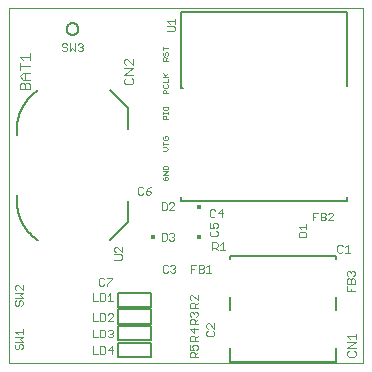
<source format=gto>
G75*
%MOIN*%
%OFA0B0*%
%FSLAX25Y25*%
%IPPOS*%
%LPD*%
%AMOC8*
5,1,8,0,0,1.08239X$1,22.5*
%
%ADD10C,0.00000*%
%ADD11C,0.00200*%
%ADD12C,0.00600*%
%ADD13C,0.00500*%
%ADD14C,0.00300*%
%ADD15R,0.01575X0.01575*%
%ADD16C,0.00400*%
D10*
X0009674Y0012935D02*
X0009674Y0131046D01*
X0127784Y0131046D01*
X0127784Y0012935D01*
X0009674Y0012935D01*
D11*
X0012167Y0017366D02*
X0012593Y0017366D01*
X0013019Y0017792D01*
X0013019Y0018645D01*
X0013446Y0019072D01*
X0013872Y0019072D01*
X0014298Y0018645D01*
X0014298Y0017792D01*
X0013872Y0017366D01*
X0012167Y0017366D02*
X0011740Y0017792D01*
X0011740Y0018645D01*
X0012167Y0019072D01*
X0011740Y0019904D02*
X0014298Y0019904D01*
X0013446Y0020756D01*
X0014298Y0021609D01*
X0011740Y0021609D01*
X0012593Y0022441D02*
X0011740Y0023294D01*
X0014298Y0023294D01*
X0014298Y0022441D02*
X0014298Y0024147D01*
X0013872Y0031933D02*
X0014298Y0032359D01*
X0014298Y0033212D01*
X0013872Y0033638D01*
X0013446Y0033638D01*
X0013019Y0033212D01*
X0013019Y0032359D01*
X0012593Y0031933D01*
X0012167Y0031933D01*
X0011740Y0032359D01*
X0011740Y0033212D01*
X0012167Y0033638D01*
X0011740Y0034471D02*
X0014298Y0034471D01*
X0013446Y0035323D01*
X0014298Y0036176D01*
X0011740Y0036176D01*
X0012167Y0037008D02*
X0011740Y0037435D01*
X0011740Y0038287D01*
X0012167Y0038714D01*
X0012593Y0038714D01*
X0014298Y0037008D01*
X0014298Y0038714D01*
X0037594Y0036066D02*
X0037594Y0033508D01*
X0039300Y0033508D01*
X0040132Y0033508D02*
X0041411Y0033508D01*
X0041837Y0033934D01*
X0041837Y0035640D01*
X0041411Y0036066D01*
X0040132Y0036066D01*
X0040132Y0033508D01*
X0042669Y0033508D02*
X0044375Y0033508D01*
X0043522Y0033508D02*
X0043522Y0036066D01*
X0042669Y0035213D01*
X0042276Y0038626D02*
X0042276Y0039052D01*
X0043981Y0040758D01*
X0043981Y0041184D01*
X0042276Y0041184D01*
X0041444Y0040758D02*
X0041017Y0041184D01*
X0040165Y0041184D01*
X0039738Y0040758D01*
X0039738Y0039052D01*
X0040165Y0038626D01*
X0041017Y0038626D01*
X0041444Y0039052D01*
X0044811Y0047287D02*
X0046943Y0047287D01*
X0047369Y0047714D01*
X0047369Y0048566D01*
X0046943Y0048993D01*
X0044811Y0048993D01*
X0045238Y0049825D02*
X0044811Y0050251D01*
X0044811Y0051104D01*
X0045238Y0051530D01*
X0045664Y0051530D01*
X0047369Y0049825D01*
X0047369Y0051530D01*
X0060561Y0053587D02*
X0061840Y0053587D01*
X0062267Y0054013D01*
X0062267Y0055718D01*
X0061840Y0056145D01*
X0060561Y0056145D01*
X0060561Y0053587D01*
X0063099Y0054013D02*
X0063525Y0053587D01*
X0064378Y0053587D01*
X0064804Y0054013D01*
X0064804Y0054439D01*
X0064378Y0054866D01*
X0063952Y0054866D01*
X0064378Y0054866D02*
X0064804Y0055292D01*
X0064804Y0055718D01*
X0064378Y0056145D01*
X0063525Y0056145D01*
X0063099Y0055718D01*
X0063099Y0063823D02*
X0064804Y0065528D01*
X0064804Y0065955D01*
X0064378Y0066381D01*
X0063525Y0066381D01*
X0063099Y0065955D01*
X0062267Y0065955D02*
X0061840Y0066381D01*
X0060561Y0066381D01*
X0060561Y0063823D01*
X0061840Y0063823D01*
X0062267Y0064249D01*
X0062267Y0065955D01*
X0063099Y0063823D02*
X0064804Y0063823D01*
X0056930Y0069367D02*
X0056504Y0068941D01*
X0055651Y0068941D01*
X0055225Y0069367D01*
X0055225Y0070220D01*
X0056504Y0070220D01*
X0056930Y0069794D01*
X0056930Y0069367D01*
X0056078Y0071073D02*
X0055225Y0070220D01*
X0054393Y0071073D02*
X0053966Y0071499D01*
X0053114Y0071499D01*
X0052687Y0071073D01*
X0052687Y0069367D01*
X0053114Y0068941D01*
X0053966Y0068941D01*
X0054393Y0069367D01*
X0056078Y0071073D02*
X0056930Y0071499D01*
X0060954Y0073997D02*
X0060954Y0074587D01*
X0061249Y0074882D01*
X0061839Y0074882D02*
X0061839Y0074292D01*
X0061839Y0074882D02*
X0062429Y0074882D01*
X0062724Y0074587D01*
X0062724Y0073997D01*
X0062429Y0073702D01*
X0061249Y0073702D01*
X0060954Y0073997D01*
X0060954Y0075515D02*
X0062724Y0076695D01*
X0060954Y0076695D01*
X0060954Y0077327D02*
X0060954Y0078213D01*
X0061249Y0078508D01*
X0062429Y0078508D01*
X0062724Y0078213D01*
X0062724Y0077327D01*
X0060954Y0077327D01*
X0060954Y0075515D02*
X0062724Y0075515D01*
X0062134Y0083545D02*
X0060954Y0083545D01*
X0062134Y0083545D02*
X0062724Y0084135D01*
X0062134Y0084725D01*
X0060954Y0084725D01*
X0060954Y0085357D02*
X0060954Y0086537D01*
X0060954Y0085947D02*
X0062724Y0085947D01*
X0062429Y0087170D02*
X0062724Y0087465D01*
X0062724Y0088055D01*
X0062429Y0088350D01*
X0061839Y0088350D01*
X0061839Y0087760D01*
X0061249Y0087170D02*
X0062429Y0087170D01*
X0061249Y0087170D02*
X0060954Y0087465D01*
X0060954Y0088055D01*
X0061249Y0088350D01*
X0060954Y0094083D02*
X0060954Y0094968D01*
X0061249Y0095263D01*
X0061839Y0095263D01*
X0062134Y0094968D01*
X0062134Y0094083D01*
X0062724Y0094083D02*
X0060954Y0094083D01*
X0060954Y0095896D02*
X0060954Y0096486D01*
X0060954Y0096191D02*
X0062724Y0096191D01*
X0062724Y0095896D02*
X0062724Y0096486D01*
X0062429Y0097104D02*
X0061249Y0097104D01*
X0060954Y0097399D01*
X0060954Y0097989D01*
X0061249Y0098284D01*
X0062429Y0098284D01*
X0062724Y0097989D01*
X0062724Y0097399D01*
X0062429Y0097104D01*
X0062724Y0102717D02*
X0060954Y0102717D01*
X0060954Y0103602D01*
X0061249Y0103897D01*
X0061839Y0103897D01*
X0062134Y0103602D01*
X0062134Y0102717D01*
X0062429Y0104530D02*
X0061249Y0104530D01*
X0060954Y0104825D01*
X0060954Y0105415D01*
X0061249Y0105710D01*
X0060954Y0106342D02*
X0062724Y0106342D01*
X0062724Y0107522D01*
X0062724Y0108155D02*
X0060954Y0108155D01*
X0061839Y0108450D02*
X0062724Y0109335D01*
X0062134Y0108155D02*
X0060954Y0109335D01*
X0062429Y0105710D02*
X0062724Y0105415D01*
X0062724Y0104825D01*
X0062429Y0104530D01*
X0062724Y0113466D02*
X0060954Y0113466D01*
X0060954Y0114351D01*
X0061249Y0114646D01*
X0061839Y0114646D01*
X0062134Y0114351D01*
X0062134Y0113466D01*
X0062134Y0114056D02*
X0062724Y0114646D01*
X0062429Y0115279D02*
X0062724Y0115574D01*
X0062724Y0116164D01*
X0062429Y0116459D01*
X0062134Y0116459D01*
X0061839Y0116164D01*
X0061839Y0115574D01*
X0061544Y0115279D01*
X0061249Y0115279D01*
X0060954Y0115574D01*
X0060954Y0116164D01*
X0061249Y0116459D01*
X0060954Y0117091D02*
X0060954Y0118271D01*
X0060954Y0117681D02*
X0062724Y0117681D01*
X0062528Y0123315D02*
X0064659Y0123315D01*
X0065086Y0123741D01*
X0065086Y0124594D01*
X0064659Y0125020D01*
X0062528Y0125020D01*
X0063380Y0125852D02*
X0062528Y0126705D01*
X0065086Y0126705D01*
X0065086Y0125852D02*
X0065086Y0127558D01*
X0077172Y0064019D02*
X0076746Y0063592D01*
X0076746Y0061887D01*
X0077172Y0061461D01*
X0078025Y0061461D01*
X0078451Y0061887D01*
X0079284Y0062740D02*
X0080989Y0062740D01*
X0080563Y0061461D02*
X0080563Y0064019D01*
X0079284Y0062740D01*
X0078451Y0063592D02*
X0078025Y0064019D01*
X0077172Y0064019D01*
X0076701Y0059404D02*
X0076701Y0057699D01*
X0077980Y0057699D01*
X0077554Y0058552D01*
X0077554Y0058978D01*
X0077980Y0059404D01*
X0078833Y0059404D01*
X0079259Y0058978D01*
X0079259Y0058125D01*
X0078833Y0057699D01*
X0078833Y0056867D02*
X0079259Y0056440D01*
X0079259Y0055588D01*
X0078833Y0055161D01*
X0077127Y0055161D01*
X0076701Y0055588D01*
X0076701Y0056440D01*
X0077127Y0056867D01*
X0077533Y0052995D02*
X0078813Y0052995D01*
X0079239Y0052569D01*
X0079239Y0051716D01*
X0078813Y0051290D01*
X0077533Y0051290D01*
X0077533Y0050437D02*
X0077533Y0052995D01*
X0078386Y0051290D02*
X0079239Y0050437D01*
X0080071Y0050437D02*
X0081776Y0050437D01*
X0080924Y0050437D02*
X0080924Y0052995D01*
X0080071Y0052142D01*
X0076332Y0045515D02*
X0076332Y0042957D01*
X0075479Y0042957D02*
X0077185Y0042957D01*
X0075479Y0044662D02*
X0076332Y0045515D01*
X0074647Y0045088D02*
X0074647Y0044662D01*
X0074221Y0044236D01*
X0072942Y0044236D01*
X0074221Y0044236D02*
X0074647Y0043809D01*
X0074647Y0043383D01*
X0074221Y0042957D01*
X0072942Y0042957D01*
X0072942Y0045515D01*
X0074221Y0045515D01*
X0074647Y0045088D01*
X0072109Y0045515D02*
X0070404Y0045515D01*
X0070404Y0042957D01*
X0070404Y0044236D02*
X0071257Y0044236D01*
X0065198Y0044662D02*
X0064772Y0044236D01*
X0065198Y0043809D01*
X0065198Y0043383D01*
X0064772Y0042957D01*
X0063919Y0042957D01*
X0063493Y0043383D01*
X0062661Y0043383D02*
X0062234Y0042957D01*
X0061381Y0042957D01*
X0060955Y0043383D01*
X0060955Y0045088D01*
X0061381Y0045515D01*
X0062234Y0045515D01*
X0062661Y0045088D01*
X0063493Y0045088D02*
X0063919Y0045515D01*
X0064772Y0045515D01*
X0065198Y0045088D01*
X0065198Y0044662D01*
X0064772Y0044236D02*
X0064345Y0044236D01*
X0070434Y0035432D02*
X0070008Y0035005D01*
X0070008Y0034152D01*
X0070434Y0033726D01*
X0070434Y0032894D02*
X0071287Y0032894D01*
X0071713Y0032468D01*
X0071713Y0031189D01*
X0071713Y0032041D02*
X0072566Y0032894D01*
X0072566Y0033726D02*
X0070861Y0035432D01*
X0070434Y0035432D01*
X0072566Y0035432D02*
X0072566Y0033726D01*
X0070434Y0032894D02*
X0070008Y0032468D01*
X0070008Y0031189D01*
X0072566Y0031189D01*
X0072140Y0029920D02*
X0072566Y0029493D01*
X0072566Y0028641D01*
X0072140Y0028214D01*
X0072566Y0027382D02*
X0071713Y0026529D01*
X0071713Y0026956D02*
X0071713Y0025677D01*
X0072566Y0025677D02*
X0070008Y0025677D01*
X0070008Y0026956D01*
X0070434Y0027382D01*
X0071287Y0027382D01*
X0071713Y0026956D01*
X0070434Y0028214D02*
X0070008Y0028641D01*
X0070008Y0029493D01*
X0070434Y0029920D01*
X0070861Y0029920D01*
X0071287Y0029493D01*
X0071713Y0029920D01*
X0072140Y0029920D01*
X0071287Y0029493D02*
X0071287Y0029067D01*
X0071287Y0024408D02*
X0071287Y0022703D01*
X0070008Y0023982D01*
X0072566Y0023982D01*
X0072566Y0021870D02*
X0071713Y0021018D01*
X0071713Y0021444D02*
X0071713Y0020165D01*
X0072566Y0020165D02*
X0070008Y0020165D01*
X0070008Y0021444D01*
X0070434Y0021870D01*
X0071287Y0021870D01*
X0071713Y0021444D01*
X0071287Y0018896D02*
X0072140Y0018896D01*
X0072566Y0018470D01*
X0072566Y0017617D01*
X0072140Y0017191D01*
X0071287Y0017191D02*
X0070861Y0018043D01*
X0070861Y0018470D01*
X0071287Y0018896D01*
X0070008Y0018896D02*
X0070008Y0017191D01*
X0071287Y0017191D01*
X0071287Y0016359D02*
X0071713Y0015932D01*
X0071713Y0014653D01*
X0071713Y0015506D02*
X0072566Y0016359D01*
X0071287Y0016359D02*
X0070434Y0016359D01*
X0070008Y0015932D01*
X0070008Y0014653D01*
X0072566Y0014653D01*
X0075946Y0021740D02*
X0075520Y0022166D01*
X0075520Y0023019D01*
X0075946Y0023445D01*
X0075946Y0024277D02*
X0075520Y0024704D01*
X0075520Y0025556D01*
X0075946Y0025983D01*
X0076373Y0025983D01*
X0078078Y0024277D01*
X0078078Y0025983D01*
X0077652Y0023445D02*
X0078078Y0023019D01*
X0078078Y0022166D01*
X0077652Y0021740D01*
X0075946Y0021740D01*
X0044375Y0021729D02*
X0043949Y0021303D01*
X0043096Y0021303D01*
X0042669Y0021729D01*
X0041837Y0021729D02*
X0041837Y0023435D01*
X0041411Y0023861D01*
X0040132Y0023861D01*
X0040132Y0021303D01*
X0041411Y0021303D01*
X0041837Y0021729D01*
X0043522Y0022582D02*
X0043949Y0022582D01*
X0044375Y0022156D01*
X0044375Y0021729D01*
X0043949Y0022582D02*
X0044375Y0023009D01*
X0044375Y0023435D01*
X0043949Y0023861D01*
X0043096Y0023861D01*
X0042669Y0023435D01*
X0042669Y0026815D02*
X0044375Y0028520D01*
X0044375Y0028947D01*
X0043949Y0029373D01*
X0043096Y0029373D01*
X0042669Y0028947D01*
X0041837Y0028947D02*
X0041837Y0027241D01*
X0041411Y0026815D01*
X0040132Y0026815D01*
X0040132Y0029373D01*
X0041411Y0029373D01*
X0041837Y0028947D01*
X0042669Y0026815D02*
X0044375Y0026815D01*
X0039300Y0026815D02*
X0037594Y0026815D01*
X0037594Y0029373D01*
X0037594Y0023861D02*
X0037594Y0021303D01*
X0039300Y0021303D01*
X0040132Y0018349D02*
X0041411Y0018349D01*
X0041837Y0017923D01*
X0041837Y0016218D01*
X0041411Y0015791D01*
X0040132Y0015791D01*
X0040132Y0018349D01*
X0037594Y0018349D02*
X0037594Y0015791D01*
X0039300Y0015791D01*
X0042669Y0017070D02*
X0044375Y0017070D01*
X0043949Y0015791D02*
X0043949Y0018349D01*
X0042669Y0017070D01*
X0106229Y0054768D02*
X0106229Y0056047D01*
X0106655Y0056473D01*
X0108360Y0056473D01*
X0108787Y0056047D01*
X0108787Y0054768D01*
X0106229Y0054768D01*
X0107081Y0057305D02*
X0106229Y0058158D01*
X0108787Y0058158D01*
X0108787Y0057305D02*
X0108787Y0059011D01*
X0110980Y0060316D02*
X0110980Y0062919D01*
X0112715Y0062919D01*
X0113558Y0062919D02*
X0114859Y0062919D01*
X0115293Y0062485D01*
X0115293Y0062051D01*
X0114859Y0061618D01*
X0113558Y0061618D01*
X0113558Y0062919D02*
X0113558Y0060316D01*
X0114859Y0060316D01*
X0115293Y0060750D01*
X0115293Y0061184D01*
X0114859Y0061618D01*
X0116136Y0062485D02*
X0116570Y0062919D01*
X0117437Y0062919D01*
X0117871Y0062485D01*
X0117871Y0062051D01*
X0116136Y0060316D01*
X0117871Y0060316D01*
X0111847Y0061618D02*
X0110980Y0061618D01*
X0119618Y0052208D02*
X0119185Y0051774D01*
X0119185Y0050039D01*
X0119618Y0049605D01*
X0120486Y0049605D01*
X0120919Y0050039D01*
X0121763Y0049605D02*
X0123498Y0049605D01*
X0122630Y0049605D02*
X0122630Y0052208D01*
X0121763Y0051340D01*
X0120919Y0051774D02*
X0120486Y0052208D01*
X0119618Y0052208D01*
X0122784Y0043586D02*
X0123218Y0043586D01*
X0123652Y0043152D01*
X0124086Y0043586D01*
X0124519Y0043586D01*
X0124953Y0043152D01*
X0124953Y0042284D01*
X0124519Y0041851D01*
X0124519Y0041007D02*
X0124953Y0040574D01*
X0124953Y0039273D01*
X0122351Y0039273D01*
X0122351Y0040574D01*
X0122784Y0041007D01*
X0123218Y0041007D01*
X0123652Y0040574D01*
X0123652Y0039273D01*
X0123652Y0040574D02*
X0124086Y0041007D01*
X0124519Y0041007D01*
X0123652Y0042718D02*
X0123652Y0043152D01*
X0122784Y0043586D02*
X0122351Y0043152D01*
X0122351Y0042284D01*
X0122784Y0041851D01*
X0122351Y0038429D02*
X0122351Y0036694D01*
X0124953Y0036694D01*
X0123652Y0036694D02*
X0123652Y0037562D01*
D12*
X0122272Y0066872D02*
X0122272Y0068054D01*
X0122272Y0066872D02*
X0067154Y0066872D01*
X0067154Y0068054D01*
X0067154Y0104572D02*
X0067154Y0129865D01*
X0122272Y0129865D01*
X0122272Y0105061D01*
X0067554Y0104572D02*
X0067154Y0104572D01*
D13*
X0049328Y0097683D02*
X0049328Y0090683D01*
X0049328Y0097683D02*
X0043328Y0103683D01*
X0019327Y0103684D02*
X0019004Y0103457D01*
X0018687Y0103222D01*
X0018375Y0102980D01*
X0018070Y0102730D01*
X0017770Y0102473D01*
X0017477Y0102209D01*
X0017190Y0101937D01*
X0016910Y0101659D01*
X0016637Y0101374D01*
X0016371Y0101083D01*
X0016112Y0100785D01*
X0015861Y0100481D01*
X0015616Y0100171D01*
X0015380Y0099855D01*
X0015151Y0099533D01*
X0014930Y0099206D01*
X0014717Y0098874D01*
X0014512Y0098537D01*
X0014315Y0098194D01*
X0014127Y0097848D01*
X0013947Y0097496D01*
X0013776Y0097141D01*
X0013613Y0096781D01*
X0013460Y0096418D01*
X0013315Y0096050D01*
X0013179Y0095680D01*
X0013052Y0095306D01*
X0012934Y0094929D01*
X0012825Y0094550D01*
X0012726Y0094168D01*
X0012636Y0093784D01*
X0012555Y0093397D01*
X0012484Y0093009D01*
X0012422Y0092620D01*
X0012369Y0092228D01*
X0012326Y0091836D01*
X0012293Y0091443D01*
X0012269Y0091049D01*
X0012255Y0090654D01*
X0012250Y0090260D01*
X0012255Y0089865D01*
X0012269Y0089471D01*
X0012293Y0089077D01*
X0012327Y0088683D01*
X0012327Y0068684D02*
X0012293Y0068290D01*
X0012269Y0067896D01*
X0012255Y0067502D01*
X0012250Y0067107D01*
X0012255Y0066713D01*
X0012269Y0066318D01*
X0012293Y0065924D01*
X0012326Y0065531D01*
X0012369Y0065139D01*
X0012422Y0064747D01*
X0012484Y0064358D01*
X0012555Y0063970D01*
X0012636Y0063583D01*
X0012726Y0063199D01*
X0012825Y0062817D01*
X0012934Y0062438D01*
X0013052Y0062061D01*
X0013179Y0061687D01*
X0013315Y0061317D01*
X0013460Y0060949D01*
X0013613Y0060586D01*
X0013776Y0060226D01*
X0013947Y0059871D01*
X0014127Y0059519D01*
X0014315Y0059173D01*
X0014512Y0058830D01*
X0014717Y0058493D01*
X0014930Y0058161D01*
X0015151Y0057834D01*
X0015380Y0057512D01*
X0015616Y0057196D01*
X0015861Y0056886D01*
X0016112Y0056582D01*
X0016371Y0056284D01*
X0016637Y0055993D01*
X0016910Y0055708D01*
X0017190Y0055430D01*
X0017477Y0055158D01*
X0017770Y0054894D01*
X0018070Y0054637D01*
X0018375Y0054387D01*
X0018687Y0054145D01*
X0019004Y0053910D01*
X0019327Y0053683D01*
X0043328Y0053683D02*
X0049328Y0059683D01*
X0049328Y0066683D01*
X0045894Y0036164D02*
X0045894Y0031439D01*
X0056918Y0031439D01*
X0056918Y0036164D01*
X0045894Y0036164D01*
X0045894Y0030652D02*
X0045894Y0025928D01*
X0056918Y0025928D01*
X0056918Y0030652D01*
X0045894Y0030652D01*
X0045894Y0025140D02*
X0045894Y0020416D01*
X0056918Y0020416D01*
X0056918Y0025140D01*
X0045894Y0025140D01*
X0045894Y0019628D02*
X0045894Y0014904D01*
X0056918Y0014904D01*
X0056918Y0019628D01*
X0045894Y0019628D01*
X0083366Y0017931D02*
X0083366Y0013009D01*
X0118799Y0013009D01*
X0118799Y0017931D01*
X0118799Y0030529D02*
X0118799Y0034860D01*
X0118799Y0047458D02*
X0118799Y0048442D01*
X0083366Y0048442D01*
X0083366Y0047458D01*
X0083366Y0034860D02*
X0083366Y0030529D01*
X0028904Y0124182D02*
X0028906Y0124270D01*
X0028912Y0124358D01*
X0028922Y0124446D01*
X0028936Y0124534D01*
X0028953Y0124620D01*
X0028975Y0124706D01*
X0029000Y0124790D01*
X0029030Y0124874D01*
X0029062Y0124956D01*
X0029099Y0125036D01*
X0029139Y0125115D01*
X0029183Y0125192D01*
X0029230Y0125267D01*
X0029280Y0125339D01*
X0029334Y0125410D01*
X0029390Y0125477D01*
X0029450Y0125543D01*
X0029512Y0125605D01*
X0029578Y0125665D01*
X0029645Y0125721D01*
X0029716Y0125775D01*
X0029788Y0125825D01*
X0029863Y0125872D01*
X0029940Y0125916D01*
X0030019Y0125956D01*
X0030099Y0125993D01*
X0030181Y0126025D01*
X0030265Y0126055D01*
X0030349Y0126080D01*
X0030435Y0126102D01*
X0030521Y0126119D01*
X0030609Y0126133D01*
X0030697Y0126143D01*
X0030785Y0126149D01*
X0030873Y0126151D01*
X0030961Y0126149D01*
X0031049Y0126143D01*
X0031137Y0126133D01*
X0031225Y0126119D01*
X0031311Y0126102D01*
X0031397Y0126080D01*
X0031481Y0126055D01*
X0031565Y0126025D01*
X0031647Y0125993D01*
X0031727Y0125956D01*
X0031806Y0125916D01*
X0031883Y0125872D01*
X0031958Y0125825D01*
X0032030Y0125775D01*
X0032101Y0125721D01*
X0032168Y0125665D01*
X0032234Y0125605D01*
X0032296Y0125543D01*
X0032356Y0125477D01*
X0032412Y0125410D01*
X0032466Y0125339D01*
X0032516Y0125267D01*
X0032563Y0125192D01*
X0032607Y0125115D01*
X0032647Y0125036D01*
X0032684Y0124956D01*
X0032716Y0124874D01*
X0032746Y0124790D01*
X0032771Y0124706D01*
X0032793Y0124620D01*
X0032810Y0124534D01*
X0032824Y0124446D01*
X0032834Y0124358D01*
X0032840Y0124270D01*
X0032842Y0124182D01*
X0032840Y0124094D01*
X0032834Y0124006D01*
X0032824Y0123918D01*
X0032810Y0123830D01*
X0032793Y0123744D01*
X0032771Y0123658D01*
X0032746Y0123574D01*
X0032716Y0123490D01*
X0032684Y0123408D01*
X0032647Y0123328D01*
X0032607Y0123249D01*
X0032563Y0123172D01*
X0032516Y0123097D01*
X0032466Y0123025D01*
X0032412Y0122954D01*
X0032356Y0122887D01*
X0032296Y0122821D01*
X0032234Y0122759D01*
X0032168Y0122699D01*
X0032101Y0122643D01*
X0032030Y0122589D01*
X0031958Y0122539D01*
X0031883Y0122492D01*
X0031806Y0122448D01*
X0031727Y0122408D01*
X0031647Y0122371D01*
X0031565Y0122339D01*
X0031481Y0122309D01*
X0031397Y0122284D01*
X0031311Y0122262D01*
X0031225Y0122245D01*
X0031137Y0122231D01*
X0031049Y0122221D01*
X0030961Y0122215D01*
X0030873Y0122213D01*
X0030785Y0122215D01*
X0030697Y0122221D01*
X0030609Y0122231D01*
X0030521Y0122245D01*
X0030435Y0122262D01*
X0030349Y0122284D01*
X0030265Y0122309D01*
X0030181Y0122339D01*
X0030099Y0122371D01*
X0030019Y0122408D01*
X0029940Y0122448D01*
X0029863Y0122492D01*
X0029788Y0122539D01*
X0029716Y0122589D01*
X0029645Y0122643D01*
X0029578Y0122699D01*
X0029512Y0122759D01*
X0029450Y0122821D01*
X0029390Y0122887D01*
X0029334Y0122954D01*
X0029280Y0123025D01*
X0029230Y0123097D01*
X0029183Y0123172D01*
X0029139Y0123249D01*
X0029099Y0123328D01*
X0029062Y0123408D01*
X0029030Y0123490D01*
X0029000Y0123574D01*
X0028975Y0123658D01*
X0028953Y0123744D01*
X0028936Y0123830D01*
X0028922Y0123918D01*
X0028912Y0124006D01*
X0028906Y0124094D01*
X0028904Y0124182D01*
D14*
X0028671Y0119346D02*
X0027837Y0119346D01*
X0027420Y0118929D01*
X0027420Y0118512D01*
X0027837Y0118095D01*
X0028671Y0118095D01*
X0029088Y0117678D01*
X0029088Y0117261D01*
X0028671Y0116844D01*
X0027837Y0116844D01*
X0027420Y0117261D01*
X0029088Y0118929D02*
X0028671Y0119346D01*
X0029998Y0119346D02*
X0029998Y0116844D01*
X0030832Y0117678D01*
X0031666Y0116844D01*
X0031666Y0119346D01*
X0032576Y0118929D02*
X0032993Y0119346D01*
X0033827Y0119346D01*
X0034245Y0118929D01*
X0034245Y0118512D01*
X0033827Y0118095D01*
X0034245Y0117678D01*
X0034245Y0117261D01*
X0033827Y0116844D01*
X0032993Y0116844D01*
X0032576Y0117261D01*
X0033410Y0118095D02*
X0033827Y0118095D01*
X0016611Y0115982D02*
X0016611Y0113818D01*
X0016611Y0114900D02*
X0013365Y0114900D01*
X0014447Y0113818D01*
X0013365Y0112720D02*
X0013365Y0110556D01*
X0013365Y0111638D02*
X0016611Y0111638D01*
X0016611Y0109457D02*
X0014447Y0109457D01*
X0013365Y0108375D01*
X0014447Y0107293D01*
X0016611Y0107293D01*
X0016070Y0106194D02*
X0016611Y0105653D01*
X0016611Y0104030D01*
X0013365Y0104030D01*
X0013365Y0105653D01*
X0013906Y0106194D01*
X0014447Y0106194D01*
X0014988Y0105653D01*
X0014988Y0104030D01*
X0014988Y0105653D02*
X0015529Y0106194D01*
X0016070Y0106194D01*
X0014988Y0107293D02*
X0014988Y0109457D01*
X0122490Y0021643D02*
X0123441Y0020692D01*
X0122490Y0021643D02*
X0125342Y0021643D01*
X0125342Y0020692D02*
X0125342Y0022594D01*
X0125342Y0019694D02*
X0122490Y0019694D01*
X0122490Y0017792D02*
X0125342Y0019694D01*
X0125342Y0017792D02*
X0122490Y0017792D01*
X0122965Y0016794D02*
X0122490Y0016318D01*
X0122490Y0015367D01*
X0122965Y0014892D01*
X0124867Y0014892D01*
X0125342Y0015367D01*
X0125342Y0016318D01*
X0124867Y0016794D01*
D15*
X0073060Y0054668D03*
X0073060Y0064904D03*
X0057706Y0054668D03*
D16*
X0050682Y0105655D02*
X0048585Y0105655D01*
X0048060Y0106179D01*
X0048060Y0107228D01*
X0048585Y0107752D01*
X0048060Y0108918D02*
X0051206Y0111015D01*
X0048060Y0111015D01*
X0048585Y0112180D02*
X0048060Y0112705D01*
X0048060Y0113753D01*
X0048585Y0114278D01*
X0049109Y0114278D01*
X0051206Y0112180D01*
X0051206Y0114278D01*
X0051206Y0108918D02*
X0048060Y0108918D01*
X0050682Y0107752D02*
X0051206Y0107228D01*
X0051206Y0106179D01*
X0050682Y0105655D01*
M02*

</source>
